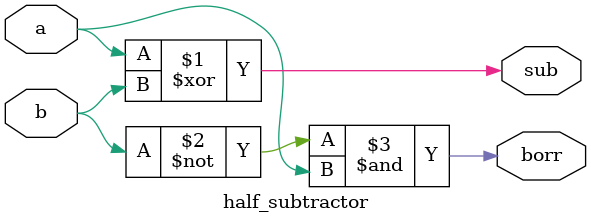
<source format=v>
`timescale 1ns / 1ps
module half_subtractor(input a,b, output sub,borr 
    );
assign sub=a^b;
assign borr=~b&a;

endmodule

</source>
